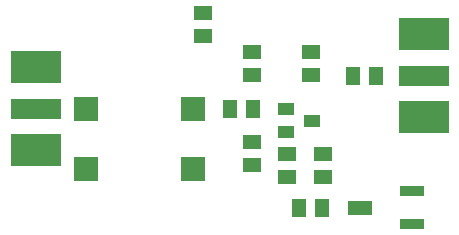
<source format=gbr>
G04 EAGLE Gerber RS-274X export*
G75*
%MOMM*%
%FSLAX34Y34*%
%LPD*%
%INSolderpaste Top*%
%IPPOS*%
%AMOC8*
5,1,8,0,0,1.08239X$1,22.5*%
G01*
%ADD10R,1.300000X1.500000*%
%ADD11R,1.500000X1.300000*%
%ADD12R,2.000000X0.900000*%
%ADD13R,2.000000X1.300000*%
%ADD14R,2.000000X2.000000*%
%ADD15R,1.400000X1.000000*%
%ADD16R,4.191000X1.778000*%
%ADD17R,4.191000X2.667000*%


D10*
X196240Y116840D03*
X215240Y116840D03*
X254660Y33020D03*
X273660Y33020D03*
X300380Y144780D03*
X319380Y144780D03*
D11*
X214630Y164440D03*
X214630Y145440D03*
X214630Y88240D03*
X214630Y69240D03*
X264160Y164440D03*
X264160Y145440D03*
X243840Y78080D03*
X243840Y59080D03*
X274320Y78080D03*
X274320Y59080D03*
D12*
X349660Y19020D03*
D13*
X305660Y33020D03*
D12*
X349660Y47020D03*
D14*
X73660Y116840D03*
X73660Y66040D03*
X164460Y116840D03*
X164460Y66040D03*
D15*
X265000Y106680D03*
X243000Y97180D03*
X243000Y116180D03*
D16*
X31314Y116840D03*
D17*
X31314Y151786D03*
X31314Y81894D03*
D16*
X359846Y144780D03*
D17*
X359846Y109834D03*
X359846Y179726D03*
D11*
X172720Y178460D03*
X172720Y197460D03*
M02*

</source>
